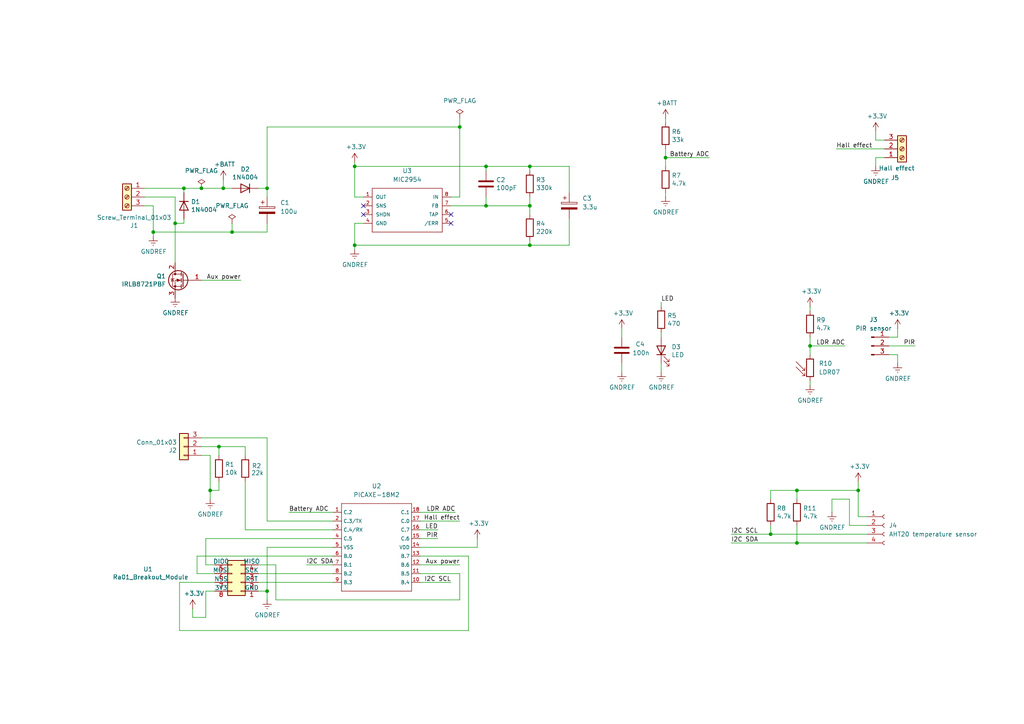
<source format=kicad_sch>
(kicad_sch (version 20231120) (generator "eeschema") (generator_version "8.0")
  (paper "A4")
  (title_block (title "Gate Monitor") (date "2024-12-22") (rev "1.0") (company "Jotham Gates"))
  (lib_symbols
    (symbol "Connector:Conn_01x03_Pin" (pin_names (offset 1.016) hide)
      (property "Reference" "J" (at 0 5.08 0))
      (property "Value" "Conn_01x03_Pin" (at 0 -5.08 0))
      (symbol "Conn_01x03_Pin_1_1"
        (polyline (pts (xy 1.27 -2.54) (xy 0.8636 -2.54)) (stroke (width 0.1524)))
        (polyline (pts (xy 1.27 0) (xy 0.8636 0)) (stroke (width 0.1524)))
        (polyline (pts (xy 1.27 2.54) (xy 0.8636 2.54)) (stroke (width 0.1524)))
        (rectangle (start 0.8636 -2.413) (end 0 -2.667) (stroke (width 0.1524)) (fill (type outline)))
        (rectangle (start 0.8636 0.127) (end 0 -0.127) (stroke (width 0.1524)) (fill (type outline)))
        (rectangle (start 0.8636 2.667) (end 0 2.413) (stroke (width 0.1524)) (fill (type outline)))
        (pin passive line (at 5.08 2.54 180) (length 3.81) (name "Pin_1") (number "1"))
        (pin passive line (at 5.08 0 180) (length 3.81) (name "Pin_2") (number "2"))
        (pin passive line (at 5.08 -2.54 180) (length 3.81) (name "Pin_3") (number "3"))
      )
    )
    (symbol "Connector:Conn_01x04_Socket" (pin_names (offset 1.016) hide)
      (property "Reference" "J" (at 0 5.08 0))
      (property "Value" "Conn_01x04_Socket" (at 0 -7.62 0))
      (symbol "Conn_01x04_Socket_1_1"
        (arc (start 0 -4.572) (mid -0.5058 -5.08) (end 0 -5.588) (stroke (width 0.1524)))
        (arc (start 0 -2.032) (mid -0.5058 -2.54) (end 0 -3.048) (stroke (width 0.1524)))
        (polyline (pts (xy -1.27 -5.08) (xy -0.508 -5.08)) (stroke (width 0.1524)))
        (polyline (pts (xy -1.27 -2.54) (xy -0.508 -2.54)) (stroke (width 0.1524)))
        (polyline (pts (xy -1.27 0) (xy -0.508 0)) (stroke (width 0.1524)))
        (polyline (pts (xy -1.27 2.54) (xy -0.508 2.54)) (stroke (width 0.1524)))
        (arc (start 0 0.508) (mid -0.5058 0) (end 0 -0.508) (stroke (width 0.1524)))
        (arc (start 0 3.048) (mid -0.5058 2.54) (end 0 2.032) (stroke (width 0.1524)))
        (pin passive line (at -5.08 2.54 0) (length 3.81) (name "Pin_1") (number "1"))
        (pin passive line (at -5.08 0 0) (length 3.81) (name "Pin_2") (number "2"))
        (pin passive line (at -5.08 -2.54 0) (length 3.81) (name "Pin_3") (number "3"))
        (pin passive line (at -5.08 -5.08 0) (length 3.81) (name "Pin_4") (number "4"))
      )
    )
    (symbol "Connector:Screw_Terminal_01x03" (pin_names (offset 1.016) hide)
      (property "Reference" "J" (at 0 5.08 0))
      (property "Value" "Screw_Terminal_01x03" (at 0 -5.08 0))
      (symbol "Screw_Terminal_01x03_1_1"
        (rectangle (start -1.27 3.81) (end 1.27 -3.81) (stroke (width 0.254)) (fill (type background)))
        (circle (center 0 -2.54) (radius 0.635) (stroke (width 0.1524)))
        (polyline (pts (xy -0.5334 -2.2098) (xy 0.3302 -3.048)) (stroke (width 0.1524)))
        (polyline (pts (xy -0.5334 0.3302) (xy 0.3302 -0.508)) (stroke (width 0.1524)))
        (polyline (pts (xy -0.5334 2.8702) (xy 0.3302 2.032)) (stroke (width 0.1524)))
        (polyline (pts (xy -0.3556 -2.032) (xy 0.508 -2.8702)) (stroke (width 0.1524)))
        (polyline (pts (xy -0.3556 0.508) (xy 0.508 -0.3302)) (stroke (width 0.1524)))
        (polyline (pts (xy -0.3556 3.048) (xy 0.508 2.2098)) (stroke (width 0.1524)))
        (circle (center 0 0) (radius 0.635) (stroke (width 0.1524)))
        (circle (center 0 2.54) (radius 0.635) (stroke (width 0.1524)))
        (pin passive line (at -5.08 2.54 0) (length 3.81) (name "Pin_1") (number "1"))
        (pin passive line (at -5.08 0 0) (length 3.81) (name "Pin_2") (number "2"))
        (pin passive line (at -5.08 -2.54 0) (length 3.81) (name "Pin_3") (number "3"))
      )
    )
    (symbol "Connector_Generic:Conn_01x03" (pin_names (offset 1.016) hide)
      (property "Reference" "J" (at 0 5.08 0))
      (property "Value" "Conn_01x03" (at 0 -5.08 0))
      (symbol "Conn_01x03_1_1"
        (rectangle (start -1.27 -2.413) (end 0 -2.667) (stroke (width 0.1524)))
        (rectangle (start -1.27 0.127) (end 0 -0.127) (stroke (width 0.1524)))
        (rectangle (start -1.27 2.667) (end 0 2.413) (stroke (width 0.1524)))
        (rectangle (start -1.27 3.81) (end 1.27 -3.81) (stroke (width 0.254)) (fill (type background)))
        (pin passive line (at -5.08 2.54 0) (length 3.81) (name "Pin_1") (number "1"))
        (pin passive line (at -5.08 0 0) (length 3.81) (name "Pin_2") (number "2"))
        (pin passive line (at -5.08 -2.54 0) (length 3.81) (name "Pin_3") (number "3"))
      )
    )
    (symbol "Custom:MIC2954" (pin_names (offset 1.016))
      (property "Reference" "U2" (at 0 15.24 0))
      (property "Value" "MIC2954" (at 0 12.7 0))
      (symbol "MIC2954_1_0"
        (polyline (pts (xy -10.16 -2.54) (xy 10.16 -2.54)))
        (polyline (pts (xy -10.16 10.16) (xy -10.16 -2.54)))
        (polyline (pts (xy 10.16 -2.54) (xy 10.16 10.16)))
        (polyline (pts (xy 10.16 10.16) (xy -10.16 10.16)))
      )
      (symbol "MIC2954_1_1"
        (pin power_out line (at -12.7 7.62 0) (length 2.54) (name "OUT") (number "1"))
        (pin input line (at -12.7 5.08 0) (length 2.54) (name "SNS") (number "2"))
        (pin input line (at -12.7 2.54 0) (length 2.54) (name "SHDN") (number "3"))
        (pin power_in line (at -12.7 0 0) (length 2.54) (name "GND") (number "4"))
        (pin open_collector line (at 12.7 0 180) (length 2.54) (name "/ERR") (number "5"))
        (pin output line (at 12.7 2.54 180) (length 2.54) (name "TAP") (number "6"))
        (pin input line (at 12.7 5.08 180) (length 2.54) (name "FB") (number "7"))
        (pin power_in line (at 12.7 7.62 180) (length 2.54) (name "IN") (number "8"))
      )
    )
    (symbol "Custom:Ra01_Breakout_Module-Ra01_Breakout_Module" (pin_names (offset 0))
      (property "Reference" "U2" (at 1.27 8.89 0))
      (property "Value" "Ra01_Breakout_Module-Ra01_Breakout_Module" (at 1.27 6.35 0))
      (symbol "Ra01_Breakout_Module-Ra01_Breakout_Module_1_1"
        (rectangle (start -1.27 -4.953) (end 0 -5.207) (stroke (width 0.1524)))
        (rectangle (start -1.27 -2.413) (end 0 -2.667) (stroke (width 0.1524)))
        (rectangle (start -1.27 0.127) (end 0 -0.127) (stroke (width 0.1524)))
        (rectangle (start -1.27 2.667) (end 0 2.413) (stroke (width 0.1524)))
        (rectangle (start -1.27 3.81) (end 3.81 -6.35) (stroke (width 0.254)) (fill (type background)))
        (rectangle (start 3.81 -4.953) (end 2.54 -5.207) (stroke (width 0.1524)))
        (rectangle (start 3.81 -2.413) (end 2.54 -2.667) (stroke (width 0.1524)))
        (rectangle (start 3.81 0.127) (end 2.54 -0.127) (stroke (width 0.1524)))
        (rectangle (start 3.81 2.667) (end 2.54 2.413) (stroke (width 0.1524)))
        (pin power_in line (at -5.08 2.54 0) (length 3.81) (name "GND") (number "1"))
        (pin input line (at -5.08 0 0) (length 3.81) (name "RST") (number "2"))
        (pin input line (at -5.08 -2.54 0) (length 3.81) (name "SCK") (number "3"))
        (pin output line (at -5.08 -5.08 0) (length 3.81) (name "MISO") (number "4"))
        (pin bidirectional line (at 7.62 -5.08 180) (length 3.81) (name "DIO0") (number "5"))
        (pin input line (at 7.62 -2.54 180) (length 3.81) (name "MOSI") (number "6"))
        (pin input line (at 7.62 0 180) (length 3.81) (name "NSS") (number "7"))
        (pin power_in line (at 7.62 2.54 180) (length 3.81) (name "3V3") (number "8"))
      )
    )
    (symbol "Device:C" (pin_numbers hide) (pin_names (offset 0.254))
      (property "Reference" "C" (at 0.635 2.54 0))
      (property "Value" "C" (at 0.635 -2.54 0))
      (symbol "C_0_1"
        (polyline (pts (xy -2.032 -0.762) (xy 2.032 -0.762)) (stroke (width 0.508)))
        (polyline (pts (xy -2.032 0.762) (xy 2.032 0.762)) (stroke (width 0.508)))
      )
      (symbol "C_1_1"
        (pin passive line (at 0 3.81 270) (length 2.794) (name "~") (number "1"))
        (pin passive line (at 0 -3.81 90) (length 2.794) (name "~") (number "2"))
      )
    )
    (symbol "Device:C_Polarized" (pin_numbers hide) (pin_names (offset 0.254))
      (property "Reference" "C" (at 0.635 2.54 0))
      (property "Value" "C_Polarized" (at 0.635 -2.54 0))
      (symbol "C_Polarized_0_1"
        (rectangle (start -2.286 0.508) (end 2.286 1.016))
        (polyline (pts (xy -1.778 2.286) (xy -0.762 2.286)))
        (polyline (pts (xy -1.27 2.794) (xy -1.27 1.778)))
        (rectangle (start 2.286 -0.508) (end -2.286 -1.016) (fill (type outline)))
      )
      (symbol "C_Polarized_1_1"
        (pin passive line (at 0 3.81 270) (length 2.794) (name "~") (number "1"))
        (pin passive line (at 0 -3.81 90) (length 2.794) (name "~") (number "2"))
      )
    )
    (symbol "Device:LED" (pin_numbers hide) (pin_names (offset 1.016) hide)
      (property "Reference" "D" (at 0 2.54 0))
      (property "Value" "LED" (at 0 -2.54 0))
      (symbol "LED_0_1"
        (polyline (pts (xy -1.27 -1.27) (xy -1.27 1.27)) (stroke (width 0.254)))
        (polyline (pts (xy -1.27 0) (xy 1.27 0)))
        (polyline (pts (xy 1.27 -1.27) (xy 1.27 1.27) (xy -1.27 0) (xy 1.27 -1.27)) (stroke (width 0.254)))
        (polyline (pts (xy -3.048 -0.762) (xy -4.572 -2.286) (xy -3.81 -2.286) (xy -4.572 -2.286) (xy -4.572 -1.524)))
        (polyline (pts (xy -1.778 -0.762) (xy -3.302 -2.286) (xy -2.54 -2.286) (xy -3.302 -2.286) (xy -3.302 -1.524)))
      )
      (symbol "LED_1_1"
        (pin passive line (at -3.81 0 0) (length 2.54) (name "K") (number "1"))
        (pin passive line (at 3.81 0 180) (length 2.54) (name "A") (number "2"))
      )
    )
    (symbol "Device:R" (pin_numbers hide) (pin_names (offset 0))
      (property "Reference" "R" (at 2.032 0 90))
      (property "Value" "R" (at 0 0 90))
      (symbol "R_0_1"
        (rectangle (start -1.016 -2.54) (end 1.016 2.54) (stroke (width 0.254)))
      )
      (symbol "R_1_1"
        (pin passive line (at 0 3.81 270) (length 1.27) (name "~") (number "1"))
        (pin passive line (at 0 -3.81 90) (length 1.27) (name "~") (number "2"))
      )
    )
    (symbol "Diode:1N4004" (pin_numbers hide) (pin_names hide)
      (property "Reference" "D" (at 0 2.54 0))
      (property "Value" "1N4004" (at 0 -2.54 0))
      (symbol "1N4004_0_1"
        (polyline (pts (xy -1.27 1.27) (xy -1.27 -1.27)) (stroke (width 0.254)))
        (polyline (pts (xy 1.27 0) (xy -1.27 0)))
        (polyline (pts (xy 1.27 1.27) (xy 1.27 -1.27) (xy -1.27 0) (xy 1.27 1.27)) (stroke (width 0.254)))
      )
      (symbol "1N4004_1_1"
        (pin passive line (at -3.81 0 0) (length 2.54) (name "K") (number "1"))
        (pin passive line (at 3.81 0 180) (length 2.54) (name "A") (number "2"))
      )
    )
    (symbol "Sensor_Optical:LDR07" (pin_numbers hide) (pin_names (offset 0))
      (property "Reference" "R" (at -5.08 0 90))
      (property "Value" "LDR07" (at 1.905 0 90))
      (symbol "LDR07_0_1"
        (rectangle (start -1.016 2.54) (end 1.016 -2.54) (stroke (width 0.254)))
        (polyline (pts (xy -1.524 -2.286) (xy -4.064 0.254)))
        (polyline (pts (xy -1.524 -2.286) (xy -2.286 -2.286)))
        (polyline (pts (xy -1.524 -2.286) (xy -1.524 -1.524)))
        (polyline (pts (xy -1.524 -0.762) (xy -4.064 1.778)))
        (polyline (pts (xy -1.524 -0.762) (xy -2.286 -0.762)))
        (polyline (pts (xy -1.524 -0.762) (xy -1.524 0)))
      )
      (symbol "LDR07_1_1"
        (pin passive line (at 0 3.81 270) (length 1.27) (name "~") (number "1"))
        (pin passive line (at 0 -3.81 90) (length 1.27) (name "~") (number "2"))
      )
    )
    (symbol "Transistor_FET:IRLB8721PBF" (pin_names hide)
      (property "Reference" "Q" (at 5.08 1.905 0))
      (property "Value" "IRLB8721PBF" (at 5.08 0 0))
      (symbol "IRLB8721PBF_0_1"
        (polyline (pts (xy 0.254 0) (xy -2.54 0)))
        (polyline (pts (xy 0.254 1.905) (xy 0.254 -1.905)) (stroke (width 0.254)))
        (polyline (pts (xy 0.762 -1.27) (xy 0.762 -2.286)) (stroke (width 0.254)))
        (polyline (pts (xy 0.762 0.508) (xy 0.762 -0.508)) (stroke (width 0.254)))
        (polyline (pts (xy 0.762 2.286) (xy 0.762 1.27)) (stroke (width 0.254)))
        (polyline (pts (xy 2.54 2.54) (xy 2.54 1.778)))
        (polyline (pts (xy 2.54 -2.54) (xy 2.54 0) (xy 0.762 0)))
        (polyline (pts (xy 0.762 -1.778) (xy 3.302 -1.778) (xy 3.302 1.778) (xy 0.762 1.778)))
        (polyline (pts (xy 1.016 0) (xy 2.032 0.381) (xy 2.032 -0.381) (xy 1.016 0)) (fill (type outline)))
        (polyline (pts (xy 2.794 0.508) (xy 2.921 0.381) (xy 3.683 0.381) (xy 3.81 0.254)))
        (polyline (pts (xy 3.302 0.381) (xy 2.921 -0.254) (xy 3.683 -0.254) (xy 3.302 0.381)))
        (circle (center 1.651 0) (radius 2.794) (stroke (width 0.254)))
        (circle (center 2.54 -1.778) (radius 0.254) (fill (type outline)))
        (circle (center 2.54 1.778) (radius 0.254) (fill (type outline)))
      )
      (symbol "IRLB8721PBF_1_1"
        (pin input line (at -5.08 0 0) (length 2.54) (name "G") (number "1"))
        (pin passive line (at 2.54 5.08 270) (length 2.54) (name "D") (number "2"))
        (pin passive line (at 2.54 -5.08 90) (length 2.54) (name "S") (number "3"))
      )
    )
    (symbol "picaxe-3:PICAXE-18M2"
      (property "Reference" "U" (at 0 0 0))
      (property "Value" "PICAXE-18M2" (at -0.508 -2.286 0))
      (symbol "PICAXE-18M2_1_0"
        (polyline (pts (xy -10.16 -29.21) (xy 10.16 -29.21)))
        (polyline (pts (xy -10.16 -3.81) (xy -10.16 -29.21)))
        (polyline (pts (xy 10.16 -29.21) (xy 10.16 -3.81)))
        (polyline (pts (xy 10.16 -3.81) (xy -10.16 -3.81)))
      )
      (symbol "PICAXE-18M2_1_1"
        (pin bidirectional line (at -12.7 -6.35 0) (length 2.54) (name "C.2") (number "1"))
        (pin bidirectional line (at 12.7 -26.67 180) (length 2.54) (name "B.4") (number "10"))
        (pin bidirectional line (at 12.7 -24.13 180) (length 2.54) (name "B.5") (number "11"))
        (pin bidirectional line (at 12.7 -21.59 180) (length 2.54) (name "B.6") (number "12"))
        (pin bidirectional line (at 12.7 -19.05 180) (length 2.54) (name "B.7") (number "13"))
        (pin power_in line (at 12.7 -16.51 180) (length 2.54) (name "VDD") (number "14"))
        (pin bidirectional line (at 12.7 -13.97 180) (length 2.54) (name "C.6") (number "15"))
        (pin bidirectional line (at 12.7 -11.43 180) (length 2.54) (name "C.7") (number "16"))
        (pin bidirectional line (at 12.7 -8.89 180) (length 2.54) (name "C.0") (number "17"))
        (pin bidirectional line (at 12.7 -6.35 180) (length 2.54) (name "C.1") (number "18"))
        (pin output line (at -12.7 -8.89 0) (length 2.54) (name "C.3/TX") (number "2"))
        (pin input line (at -12.7 -11.43 0) (length 2.54) (name "C.4/RX") (number "3"))
        (pin input line (at -12.7 -13.97 0) (length 2.54) (name "C.5") (number "4"))
        (pin power_in line (at -12.7 -16.51 0) (length 2.54) (name "VSS") (number "5"))
        (pin bidirectional line (at -12.7 -19.05 0) (length 2.54) (name "B.0") (number "6"))
        (pin bidirectional line (at -12.7 -21.59 0) (length 2.54) (name "B.1") (number "7"))
        (pin bidirectional line (at -12.7 -24.13 0) (length 2.54) (name "B.2") (number "8"))
        (pin bidirectional line (at -12.7 -26.67 0) (length 2.54) (name "B.3") (number "9"))
      )
    )
    (symbol "power:+3.3V" (power) (pin_numbers hide) (pin_names (offset 0) hide)
      (property "Value" "+3.3V" (at 0 3.556 0))
      (symbol "+3.3V_0_1"
        (polyline (pts (xy -0.762 1.27) (xy 0 2.54)))
        (polyline (pts (xy 0 0) (xy 0 2.54)))
        (polyline (pts (xy 0 2.54) (xy 0.762 1.27)))
      )
      (symbol "+3.3V_1_1"
        (pin power_in line (at 0 0 90) (length 0) (name "~") (number "1"))
      )
    )
    (symbol "power:+BATT" (power) (pin_numbers hide) (pin_names (offset 0) hide)
      (property "Value" "+BATT" (at 0 3.556 0))
      (symbol "+BATT_0_1"
        (polyline (pts (xy -0.762 1.27) (xy 0 2.54)))
        (polyline (pts (xy 0 0) (xy 0 2.54)))
        (polyline (pts (xy 0 2.54) (xy 0.762 1.27)))
      )
      (symbol "+BATT_1_1"
        (pin power_in line (at 0 0 90) (length 0) (name "~") (number "1"))
      )
    )
    (symbol "power:GNDREF" (power) (pin_numbers hide) (pin_names (offset 0) hide)
      (property "Value" "GNDREF" (at 0 -3.81 0))
      (symbol "GNDREF_0_1"
        (polyline (pts (xy -0.635 -1.905) (xy 0.635 -1.905)))
        (polyline (pts (xy -0.127 -2.54) (xy 0.127 -2.54)))
        (polyline (pts (xy 0 -1.27) (xy 0 0)))
        (polyline (pts (xy 1.27 -1.27) (xy -1.27 -1.27)))
      )
      (symbol "GNDREF_1_1"
        (pin power_in line (at 0 0 270) (length 0) (name "~") (number "1"))
      )
    )
    (symbol "power:PWR_FLAG" (power) (pin_numbers hide) (pin_names (offset 0) hide)
      (property "Value" "PWR_FLAG" (at 0 3.81 0))
      (symbol "PWR_FLAG_0_0"
        (pin power_out line (at 0 0 90) (length 0) (name "~") (number "1"))
      )
      (symbol "PWR_FLAG_0_1"
        (polyline (pts (xy 0 0) (xy 0 1.27) (xy -1.016 1.905) (xy 0 2.54) (xy 1.016 1.905) (xy 0 1.27)))
      )
    )
  )
  (junction (at 140.97 59.69))
  (junction (at 248.92 142.24))
  (junction (at 231.14 157.48))
  (junction (at 50.8 64.77))
  (junction (at 234.95 100.33))
  (junction (at 58.42 54.61))
  (junction (at 102.87 71.12))
  (junction (at 63.5 129.54))
  (junction (at 53.34 54.61))
  (junction (at 140.97 48.26))
  (junction (at 77.47 54.61))
  (junction (at 67.31 67.31))
  (junction (at 133.35 36.83))
  (junction (at 102.87 48.26))
  (junction (at 193.04 45.72))
  (junction (at 64.77 54.61))
  (junction (at 153.67 59.69))
  (junction (at 153.67 71.12))
  (junction (at 153.67 48.26))
  (junction (at 44.45 67.31))
  (junction (at 223.52 154.94))
  (junction (at 231.14 142.24))
  (junction (at 77.47 171.45))
  (junction (at 60.96 142.24))
  (no_connect (at 130.81 62.23))
  (no_connect (at 130.81 64.77))
  (no_connect (at 105.41 62.23))
  (no_connect (at 105.41 59.69))
  (wire (pts (xy 71.12 132.08) (xy 71.12 129.54)))
  (wire (pts (xy 180.34 95.25) (xy 180.34 97.79)))
  (wire (pts (xy 256.54 45.72) (xy 254 45.72)))
  (wire (pts (xy 52.07 168.91) (xy 52.07 182.88)))
  (wire (pts (xy 191.77 107.95) (xy 191.77 105.41)))
  (wire (pts (xy 67.31 64.77) (xy 67.31 67.31)))
  (wire (pts (xy 55.88 179.07) (xy 59.69 179.07)))
  (wire (pts (xy 83.82 148.59) (xy 96.52 148.59)))
  (wire (pts (xy 231.14 142.24) (xy 231.14 144.78)))
  (wire (pts (xy 121.92 148.59) (xy 132.08 148.59)))
  (wire (pts (xy 77.47 151.13) (xy 96.52 151.13)))
  (wire (pts (xy 234.95 97.79) (xy 234.95 100.33)))
  (wire (pts (xy 140.97 59.69) (xy 130.81 59.69)))
  (wire (pts (xy 153.67 69.85) (xy 153.67 71.12)))
  (wire (pts (xy 121.92 161.29) (xy 135.89 161.29)))
  (wire (pts (xy 57.15 161.29) (xy 57.15 166.37)))
  (wire (pts (xy 80.01 173.99) (xy 133.35 173.99)))
  (wire (pts (xy 77.47 127) (xy 58.42 127)))
  (wire (pts (xy 67.31 67.31) (xy 77.47 67.31)))
  (wire (pts (xy 77.47 158.75) (xy 77.47 171.45)))
  (wire (pts (xy 71.12 139.7) (xy 71.12 153.67)))
  (wire (pts (xy 260.35 97.79) (xy 260.35 95.25)))
  (wire (pts (xy 44.45 59.69) (xy 44.45 67.31)))
  (wire (pts (xy 231.14 142.24) (xy 223.52 142.24)))
  (wire (pts (xy 135.89 161.29) (xy 135.89 182.88)))
  (wire (pts (xy 44.45 67.31) (xy 67.31 67.31)))
  (wire (pts (xy 50.8 64.77) (xy 50.8 76.2)))
  (wire (pts (xy 44.45 67.31) (xy 44.45 68.58)))
  (wire (pts (xy 57.15 161.29) (xy 96.52 161.29)))
  (wire (pts (xy 251.46 157.48) (xy 231.14 157.48)))
  (wire (pts (xy 234.95 88.9) (xy 234.95 90.17)))
  (wire (pts (xy 77.47 173.99) (xy 77.47 171.45)))
  (wire (pts (xy 257.81 97.79) (xy 260.35 97.79)))
  (wire (pts (xy 80.01 163.83) (xy 80.01 173.99)))
  (wire (pts (xy 242.57 43.18) (xy 256.54 43.18)))
  (wire (pts (xy 60.96 132.08) (xy 60.96 142.24)))
  (wire (pts (xy 254 38.1) (xy 254 40.64)))
  (wire (pts (xy 138.43 158.75) (xy 121.92 158.75)))
  (wire (pts (xy 140.97 57.15) (xy 140.97 59.69)))
  (wire (pts (xy 133.35 36.83) (xy 133.35 57.15)))
  (wire (pts (xy 41.91 57.15) (xy 50.8 57.15)))
  (wire (pts (xy 77.47 64.77) (xy 77.47 67.31)))
  (wire (pts (xy 254 45.72) (xy 254 48.26)))
  (wire (pts (xy 64.77 52.07) (xy 64.77 54.61)))
  (wire (pts (xy 212.09 154.94) (xy 223.52 154.94)))
  (wire (pts (xy 41.91 54.61) (xy 53.34 54.61)))
  (wire (pts (xy 121.92 163.83) (xy 133.35 163.83)))
  (wire (pts (xy 77.47 57.15) (xy 77.47 54.61)))
  (wire (pts (xy 223.52 142.24) (xy 223.52 144.78)))
  (wire (pts (xy 77.47 36.83) (xy 77.47 54.61)))
  (wire (pts (xy 88.9 163.83) (xy 96.52 163.83)))
  (wire (pts (xy 153.67 48.26) (xy 153.67 49.53)))
  (wire (pts (xy 246.38 152.4) (xy 251.46 152.4)))
  (wire (pts (xy 153.67 59.69) (xy 153.67 62.23)))
  (wire (pts (xy 64.77 54.61) (xy 67.31 54.61)))
  (wire (pts (xy 246.38 144.78) (xy 241.3 144.78)))
  (wire (pts (xy 257.81 100.33) (xy 265.43 100.33)))
  (wire (pts (xy 53.34 54.61) (xy 53.34 55.88)))
  (wire (pts (xy 102.87 48.26) (xy 102.87 57.15)))
  (wire (pts (xy 212.09 157.48) (xy 231.14 157.48)))
  (wire (pts (xy 74.93 166.37) (xy 96.52 166.37)))
  (wire (pts (xy 246.38 152.4) (xy 246.38 144.78)))
  (wire (pts (xy 60.96 142.24) (xy 63.5 142.24)))
  (wire (pts (xy 62.23 168.91) (xy 52.07 168.91)))
  (wire (pts (xy 193.04 55.88) (xy 193.04 57.15)))
  (wire (pts (xy 59.69 171.45) (xy 62.23 171.45)))
  (wire (pts (xy 63.5 129.54) (xy 63.5 132.08)))
  (wire (pts (xy 248.92 149.86) (xy 251.46 149.86)))
  (wire (pts (xy 121.92 156.21) (xy 127 156.21)))
  (wire (pts (xy 234.95 100.33) (xy 245.11 100.33)))
  (wire (pts (xy 193.04 34.29) (xy 193.04 35.56)))
  (wire (pts (xy 165.1 71.12) (xy 153.67 71.12)))
  (wire (pts (xy 102.87 71.12) (xy 102.87 72.39)))
  (wire (pts (xy 191.77 96.52) (xy 191.77 97.79)))
  (wire (pts (xy 74.93 163.83) (xy 80.01 163.83)))
  (wire (pts (xy 223.52 154.94) (xy 251.46 154.94)))
  (wire (pts (xy 102.87 64.77) (xy 102.87 71.12)))
  (wire (pts (xy 59.69 179.07) (xy 59.69 171.45)))
  (wire (pts (xy 55.88 176.53) (xy 55.88 179.07)))
  (wire (pts (xy 256.54 40.64) (xy 254 40.64)))
  (wire (pts (xy 248.92 142.24) (xy 231.14 142.24)))
  (wire (pts (xy 58.42 81.28) (xy 69.85 81.28)))
  (wire (pts (xy 121.92 168.91) (xy 130.81 168.91)))
  (wire (pts (xy 121.92 151.13) (xy 133.35 151.13)))
  (wire (pts (xy 140.97 48.26) (xy 102.87 48.26)))
  (wire (pts (xy 77.47 127) (xy 77.47 151.13)))
  (wire (pts (xy 53.34 54.61) (xy 58.42 54.61)))
  (wire (pts (xy 260.35 102.87) (xy 260.35 105.41)))
  (wire (pts (xy 53.34 63.5) (xy 53.34 64.77)))
  (wire (pts (xy 63.5 139.7) (xy 63.5 142.24)))
  (wire (pts (xy 257.81 102.87) (xy 260.35 102.87)))
  (wire (pts (xy 57.15 166.37) (xy 62.23 166.37)))
  (wire (pts (xy 153.67 57.15) (xy 153.67 59.69)))
  (wire (pts (xy 77.47 171.45) (xy 74.93 171.45)))
  (wire (pts (xy 138.43 156.21) (xy 138.43 158.75)))
  (wire (pts (xy 133.35 34.29) (xy 133.35 36.83)))
  (wire (pts (xy 60.96 142.24) (xy 60.96 144.78)))
  (wire (pts (xy 133.35 173.99) (xy 133.35 166.37)))
  (wire (pts (xy 165.1 63.5) (xy 165.1 71.12)))
  (wire (pts (xy 50.8 57.15) (xy 50.8 64.77)))
  (wire (pts (xy 59.69 156.21) (xy 96.52 156.21)))
  (wire (pts (xy 234.95 100.33) (xy 234.95 102.87)))
  (wire (pts (xy 153.67 71.12) (xy 102.87 71.12)))
  (wire (pts (xy 223.52 152.4) (xy 223.52 154.94)))
  (wire (pts (xy 102.87 57.15) (xy 105.41 57.15)))
  (wire (pts (xy 180.34 107.95) (xy 180.34 105.41)))
  (wire (pts (xy 102.87 48.26) (xy 102.87 46.99)))
  (wire (pts (xy 59.69 163.83) (xy 59.69 156.21)))
  (wire (pts (xy 140.97 59.69) (xy 153.67 59.69)))
  (wire (pts (xy 52.07 182.88) (xy 135.89 182.88)))
  (wire (pts (xy 58.42 129.54) (xy 63.5 129.54)))
  (wire (pts (xy 77.47 36.83) (xy 133.35 36.83)))
  (wire (pts (xy 133.35 166.37) (xy 121.92 166.37)))
  (wire (pts (xy 193.04 45.72) (xy 205.74 45.72)))
  (wire (pts (xy 165.1 55.88) (xy 165.1 48.26)))
  (wire (pts (xy 153.67 48.26) (xy 140.97 48.26)))
  (wire (pts (xy 96.52 158.75) (xy 77.47 158.75)))
  (wire (pts (xy 121.92 153.67) (xy 127 153.67)))
  (wire (pts (xy 248.92 142.24) (xy 248.92 149.86)))
  (wire (pts (xy 140.97 48.26) (xy 140.97 49.53)))
  (wire (pts (xy 71.12 153.67) (xy 96.52 153.67)))
  (wire (pts (xy 74.93 168.91) (xy 96.52 168.91)))
  (wire (pts (xy 193.04 45.72) (xy 193.04 48.26)))
  (wire (pts (xy 234.95 110.49) (xy 234.95 111.76)))
  (wire (pts (xy 248.92 139.7) (xy 248.92 142.24)))
  (wire (pts (xy 62.23 163.83) (xy 59.69 163.83)))
  (wire (pts (xy 165.1 48.26) (xy 153.67 48.26)))
  (wire (pts (xy 105.41 64.77) (xy 102.87 64.77)))
  (wire (pts (xy 231.14 152.4) (xy 231.14 157.48)))
  (wire (pts (xy 133.35 57.15) (xy 130.81 57.15)))
  (wire (pts (xy 193.04 43.18) (xy 193.04 45.72)))
  (wire (pts (xy 41.91 59.69) (xy 44.45 59.69)))
  (wire (pts (xy 63.5 129.54) (xy 71.12 129.54)))
  (wire (pts (xy 58.42 54.61) (xy 64.77 54.61)))
  (wire (pts (xy 58.42 132.08) (xy 60.96 132.08)))
  (wire (pts (xy 77.47 54.61) (xy 74.93 54.61)))
  (wire (pts (xy 191.77 88.9) (xy 191.77 87.63)))
  (wire (pts (xy 241.3 144.78) (xy 241.3 148.59)))
  (wire (pts (xy 53.34 64.77) (xy 50.8 64.77)))
  (label "LED" (at 191.77 87.63 0))
  (label "Aux power" (at 133.35 163.83 180))
  (label "I2C SCL" (at 130.81 168.91 180))
  (label "Hall effect" (at 133.35 151.13 180))
  (label "LDR ADC" (at 132.08 148.59 180))
  (label "Battery ADC" (at 83.82 148.59 0))
  (label "I2C SCL" (at 212.09 154.94 0))
  (label "I2C SDA" (at 212.09 157.48 0))
  (label "PIR" (at 265.43 100.33 180))
  (label "PIR" (at 127 156.21 180))
  (label "Battery ADC" (at 205.74 45.72 180))
  (label "LED" (at 127 153.67 180))
  (label "LDR ADC" (at 245.11 100.33 180))
  (label "I2C SDA" (at 88.9 163.83 0))
  (label "Aux power" (at 69.85 81.28 180))
  (label "Hall effect" (at 242.57 43.18 0))
  (symbol (lib_id "power:GNDREF") (at 102.87 72.39 0) (unit 1)
    (property "Reference" "#PWR08" (effects (hide yes)))
    (property "Value" "GNDREF" (at 102.997 76.7842 0))
    (property "Description" "Power symbol creates a global label with name \"GNDREF\" , reference supply ground" (effects (hide yes)))
  )
  (symbol (lib_id "power:+3.3V") (at 180.34 95.25 0) (unit 1)
    (property "Reference" "#PWR010" (effects (hide yes)))
    (property "Value" "+3.3V" (at 180.721 90.8558 0))
    (property "Description" "Power symbol creates a global label with name \"+3.3V\"" (effects (hide yes)))
  )
  (symbol (lib_id "power:+3.3V") (at 102.87 46.99 0) (unit 1)
    (property "Reference" "#PWR07" (effects (hide yes)))
    (property "Value" "+3.3V" (at 103.251 42.5958 0))
    (property "Description" "Power symbol creates a global label with name \"+3.3V\"" (effects (hide yes)))
  )
  (symbol (lib_id "power:GNDREF") (at 44.45 68.58 0) (unit 1)
    (property "Reference" "#PWR01" (effects (hide yes)))
    (property "Value" "GNDREF" (at 44.577 72.9742 0))
    (property "Description" "Power symbol creates a global label with name \"GNDREF\" , reference supply ground" (effects (hide yes)))
  )
  (symbol (lib_id "Diode:1N4004") (at 71.12 54.61 180) (unit 1)
    (property "Reference" "D2" (at 71.12 49.0982 0))
    (property "Value" "1N4004" (at 71.12 51.4096 0))
    (property "Footprint" "Diode_THT:D_DO-41_SOD81_P5.08mm_Vertical_AnodeUp" (effects (hide yes)))
    (property "Datasheet" "http://www.vishay.com/docs/88503/1n4001.pdf" (effects (hide yes)))
    (property "Description" "400V 1A General Purpose Rectifier Diode, DO-41" (effects (hide yes)))
    (property "Sim.Device" "D" (effects (hide yes)))
    (property "Sim.Pins" "1=K 2=A" (effects (hide yes)))
  )
  (symbol (lib_id "power:+BATT") (at 64.77 52.07 0) (unit 1)
    (property "Reference" "#PWR05" (effects (hide yes)))
    (property "Value" "+BATT" (at 65.151 47.6758 0))
    (property "Description" "Power symbol creates a global label with name \"+BATT\"" (effects (hide yes)))
  )
  (symbol (lib_id "Device:R") (at 153.67 53.34 0) (unit 1)
    (property "Reference" "R3" (at 155.448 52.1716 0) (effects (justify left)))
    (property "Value" "330k" (at 155.448 54.483 0) (effects (justify left)))
    (property "Footprint" "Resistor_THT:R_Axial_DIN0207_L6.3mm_D2.5mm_P5.08mm_Vertical" (effects (hide yes)))
    (property "Description" "Resistor" (effects (hide yes)))
  )
  (symbol (lib_id "Device:R") (at 153.67 66.04 0) (unit 1)
    (property "Reference" "R4" (at 155.448 64.8716 0) (effects (justify left)))
    (property "Value" "220k" (at 155.448 67.183 0) (effects (justify left)))
    (property "Footprint" "Resistor_THT:R_Axial_DIN0207_L6.3mm_D2.5mm_P10.16mm_Horizontal" (effects (hide yes)))
    (property "Description" "Resistor" (effects (hide yes)))
  )
  (symbol (lib_id "Device:C") (at 140.97 53.34 0) (unit 1)
    (property "Reference" "C2" (at 143.891 52.1716 0) (effects (justify left)))
    (property "Value" "100pF" (at 143.891 54.483 0) (effects (justify left)))
    (property "Footprint" "Capacitor_THT:C_Disc_D7.0mm_W2.5mm_P5.00mm" (effects (hide yes)))
    (property "Description" "Unpolarized capacitor" (effects (hide yes)))
  )
  (symbol (lib_id "Connector:Screw_Terminal_01x03") (at 36.83 57.15 0) (mirror y) (unit 1)
    (property "Reference" "J1" (at 38.9128 65.405 0))
    (property "Value" "Screw_Terminal_01x03" (at 38.9128 63.0936 0))
    (property "Footprint" "TerminalBlock:TerminalBlock_Altech_AK300-3_P5.00mm" (effects (hide yes)))
    (property "Description" "Generic screw terminal, single row, 01x03, script generated (kicad-library-utils/schlib/autogen/connector/)" (effects (hide yes)))
  )
  (symbol (lib_id "Connector_Generic:Conn_01x03") (at 53.34 129.54 180) (unit 1)
    (property "Reference" "J2" (at 51.308 130.6068 0) (effects (justify left)))
    (property "Value" "Conn_01x03" (at 51.308 128.2954 0) (effects (justify left)))
    (property "Footprint" "Connector_Molex:Molex_KK-254_AE-6410-03A_1x03_P2.54mm_Vertical" (effects (hide yes)))
    (property "Description" "Generic connector, single row, 01x03, script generated (kicad-library-utils/schlib/autogen/connector/)" (effects (hide yes)))
  )
  (symbol (lib_id "Device:R") (at 63.5 135.89 0) (unit 1)
    (property "Reference" "R1" (at 65.278 134.7216 0) (effects (justify left)))
    (property "Value" "10k" (at 65.278 137.033 0) (effects (justify left)))
    (property "Footprint" "Resistor_THT:R_Axial_DIN0207_L6.3mm_D2.5mm_P10.16mm_Horizontal" (effects (hide yes)))
    (property "Description" "Resistor" (effects (hide yes)))
  )
  (symbol (lib_id "Transistor_FET:IRLB8721PBF") (at 53.34 81.28 0) (mirror y) (unit 1)
    (property "Reference" "Q1" (at 48.133 80.1116 0) (effects (justify left)))
    (property "Value" "IRLB8721PBF" (at 48.133 82.423 0) (effects (justify left)))
    (property "Footprint" "Package_TO_SOT_THT:TO-220-3_Vertical" (effects (hide yes)))
    (property "Datasheet" "http://www.infineon.com/dgdl/irlb8721pbf.pdf?fileId=5546d462533600a40153566056732591" (effects (hide yes)))
    (property "Description" "62A Id, 30V Vds, 8.7 mOhm Rds, N-Channel HEXFET Power MOSFET, TO-220" (effects (hide yes)))
  )
  (symbol (lib_id "Device:R") (at 71.12 135.89 180) (unit 1)
    (property "Reference" "R2" (at 74.422 135.128 0))
    (property "Value" "22k" (at 74.676 137.16 0))
    (property "Footprint" "Resistor_THT:R_Axial_DIN0207_L6.3mm_D2.5mm_P5.08mm_Vertical" (effects (hide yes)))
    (property "Description" "Resistor" (effects (hide yes)))
  )
  (symbol (lib_id "power:GNDREF") (at 50.8 86.36 0) (unit 1)
    (property "Reference" "#PWR02" (effects (hide yes)))
    (property "Value" "GNDREF" (at 50.927 90.7542 0))
    (property "Description" "Power symbol creates a global label with name \"GNDREF\" , reference supply ground" (effects (hide yes)))
  )
  (symbol (lib_id "Diode:1N4004") (at 53.34 59.69 270) (unit 1)
    (property "Reference" "D1" (at 55.372 58.5216 90) (effects (justify left)))
    (property "Value" "1N4004" (at 55.372 60.833 90) (effects (justify left)))
    (property "Footprint" "Diode_THT:D_DO-41_SOD81_P5.08mm_Vertical_AnodeUp" (effects (hide yes)))
    (property "Datasheet" "http://www.vishay.com/docs/88503/1n4001.pdf" (effects (hide yes)))
    (property "Description" "400V 1A General Purpose Rectifier Diode, DO-41" (effects (hide yes)))
    (property "Sim.Device" "D" (effects (hide yes)))
    (property "Sim.Pins" "1=K 2=A" (effects (hide yes)))
  )
  (symbol (lib_id "Device:C") (at 180.34 101.6 180) (unit 1)
    (property "Reference" "C4" (at 185.674 99.822 0))
    (property "Value" "100n" (at 185.928 102.362 0))
    (property "Footprint" "Capacitor_THT:C_Axial_L3.8mm_D2.6mm_P12.50mm_Horizontal" (effects (hide yes)))
    (property "Description" "Unpolarized capacitor" (effects (hide yes)))
  )
  (symbol (lib_id "power:GNDREF") (at 60.96 144.78 0) (unit 1)
    (property "Reference" "#PWR04" (effects (hide yes)))
    (property "Value" "GNDREF" (at 61.087 149.1742 0))
    (property "Description" "Power symbol creates a global label with name \"GNDREF\" , reference supply ground" (effects (hide yes)))
  )
  (symbol (lib_id "Device:R") (at 193.04 39.37 0) (unit 1)
    (property "Reference" "R6" (at 194.818 38.2016 0) (effects (justify left)))
    (property "Value" "33k" (at 194.818 40.513 0) (effects (justify left)))
    (property "Footprint" "Resistor_THT:R_Axial_DIN0207_L6.3mm_D2.5mm_P5.08mm_Vertical" (effects (hide yes)))
    (property "Description" "Resistor" (effects (hide yes)))
  )
  (symbol (lib_id "Device:R") (at 193.04 52.07 0) (unit 1)
    (property "Reference" "R7" (at 194.818 50.9016 0) (effects (justify left)))
    (property "Value" "4.7k" (at 194.818 53.213 0) (effects (justify left)))
    (property "Footprint" "Resistor_THT:R_Axial_DIN0204_L3.6mm_D1.6mm_P2.54mm_Vertical" (effects (hide yes)))
    (property "Description" "Resistor" (effects (hide yes)))
  )
  (symbol (lib_id "power:GNDREF") (at 193.04 57.15 0) (unit 1)
    (property "Reference" "#PWR014" (effects (hide yes)))
    (property "Value" "GNDREF" (at 193.167 61.5442 0))
    (property "Description" "Power symbol creates a global label with name \"GNDREF\" , reference supply ground" (effects (hide yes)))
  )
  (symbol (lib_id "power:+BATT") (at 193.04 34.29 0) (unit 1)
    (property "Reference" "#PWR013" (effects (hide yes)))
    (property "Value" "+BATT" (at 193.421 29.8958 0))
    (property "Description" "Power symbol creates a global label with name \"+BATT\"" (effects (hide yes)))
  )
  (symbol (lib_id "Device:LED") (at 191.77 101.6 90) (unit 1)
    (property "Reference" "D3" (at 194.7672 100.6094 90) (effects (justify right)))
    (property "Value" "LED" (at 194.7672 102.9208 90) (effects (justify right)))
    (property "Footprint" "LED_THT:LED_D5.0mm" (effects (hide yes)))
    (property "Description" "Light emitting diode" (effects (hide yes)))
  )
  (symbol (lib_id "power:GNDREF") (at 191.77 107.95 0) (unit 1)
    (property "Reference" "#PWR012" (effects (hide yes)))
    (property "Value" "GNDREF" (at 191.897 112.3442 0))
    (property "Description" "Power symbol creates a global label with name \"GNDREF\" , reference supply ground" (effects (hide yes)))
  )
  (symbol (lib_id "Device:R") (at 191.77 92.71 0) (unit 1)
    (property "Reference" "R5" (at 193.548 91.5416 0) (effects (justify left)))
    (property "Value" "470" (at 193.548 93.853 0) (effects (justify left)))
    (property "Footprint" "Resistor_THT:R_Axial_DIN0207_L6.3mm_D2.5mm_P10.16mm_Horizontal" (effects (hide yes)))
    (property "Description" "Resistor" (effects (hide yes)))
  )
  (symbol (lib_id "Device:R") (at 223.52 148.59 0) (unit 1)
    (property "Reference" "R8" (at 225.298 147.4216 0) (effects (justify left)))
    (property "Value" "4.7k" (at 225.298 149.733 0) (effects (justify left)))
    (property "Footprint" "Resistor_THT:R_Axial_DIN0207_L6.3mm_D2.5mm_P5.08mm_Vertical" (effects (hide yes)))
    (property "Description" "Resistor" (effects (hide yes)))
  )
  (symbol (lib_id "power:PWR_FLAG") (at 133.35 34.29 0) (unit 1)
    (property "Reference" "#FLG03" (effects (hide yes)))
    (property "Value" "PWR_FLAG" (at 133.35 29.21 0))
    (property "Description" "Special symbol for telling ERC where power comes from" (effects (hide yes)))
  )
  (symbol (lib_id "Device:R") (at 231.14 148.59 0) (unit 1)
    (property "Reference" "R11" (at 232.918 147.4216 0) (effects (justify left)))
    (property "Value" "4.7k" (at 232.918 149.733 0) (effects (justify left)))
    (property "Footprint" "Resistor_THT:R_Axial_DIN0207_L6.3mm_D2.5mm_P7.62mm_Horizontal" (effects (hide yes)))
    (property "Description" "Resistor" (effects (hide yes)))
  )
  (symbol (lib_id "Connector:Conn_01x03_Pin") (at 252.73 100.33 0) (unit 1)
    (property "Reference" "J3" (at 253.365 92.71 0))
    (property "Value" "PIR sensor" (at 253.365 95.25 0))
    (property "Footprint" "Connector_PinHeader_2.54mm:PinHeader_1x03_P2.54mm_Vertical" (effects (hide yes)))
    (property "Description" "Generic connector, single row, 01x03, script generated" (effects (hide yes)))
  )
  (symbol (lib_id "power:PWR_FLAG") (at 58.42 54.61 0) (unit 1)
    (property "Reference" "#FLG01" (effects (hide yes)))
    (property "Value" "PWR_FLAG" (at 58.42 49.53 0))
    (property "Description" "Special symbol for telling ERC where power comes from" (effects (hide yes)))
  )
  (symbol (lib_id "Device:C_Polarized") (at 77.47 60.96 0) (unit 1)
    (property "Reference" "C1" (at 81.28 58.8009 0) (effects (justify left)))
    (property "Value" "100u" (at 81.28 61.3409 0) (effects (justify left)))
    (property "Footprint" "Capacitor_THT:C_Rect_L13.0mm_W6.0mm_P10.00mm_FKS3_FKP3_MKS4" (effects (hide yes)))
    (property "Description" "Polarized capacitor" (effects (hide yes)))
  )
  (symbol (lib_id "Custom:MIC2954") (at 118.11 64.77 0) (unit 1)
    (property "Reference" "U3" (at 118.11 49.53 0))
    (property "Value" "MIC2954" (at 118.11 52.07 0))
    (property "Footprint" "Package_DIP:DIP-8_W7.62mm_Socket_LongPads" (effects (hide yes)))
  )
  (symbol (lib_id "picaxe-3:PICAXE-18M2") (at 109.22 142.24 0) (unit 1)
    (property "Reference" "U2" (at 109.22 140.97 0))
    (property "Value" "PICAXE-18M2" (at 109.22 143.51 0))
    (property "Footprint" "Package_DIP:DIP-18_W7.62mm_Socket_LongPads" (effects (hide yes)))
  )
  (symbol (lib_id "Device:C_Polarized") (at 165.1 59.69 0) (unit 1)
    (property "Reference" "C3" (at 168.91 57.5309 0) (effects (justify left)))
    (property "Value" "3.3u" (at 168.91 60.0709 0) (effects (justify left)))
    (property "Footprint" "Capacitor_THT:CP_Radial_D8.0mm_P5.00mm" (effects (hide yes)))
    (property "Description" "Polarized capacitor" (effects (hide yes)))
  )
  (symbol (lib_id "power:PWR_FLAG") (at 67.31 64.77 0) (unit 1)
    (property "Reference" "#FLG02" (effects (hide yes)))
    (property "Value" "PWR_FLAG" (at 67.31 59.69 0))
    (property "Description" "Special symbol for telling ERC where power comes from" (effects (hide yes)))
  )
  (symbol (lib_id "power:+3.3V") (at 234.95 88.9 0) (unit 1)
    (property "Reference" "#PWR015" (effects (hide yes)))
    (property "Value" "+3.3V" (at 235.331 84.5058 0))
    (property "Description" "Power symbol creates a global label with name \"+3.3V\"" (effects (hide yes)))
  )
  (symbol (lib_id "Sensor_Optical:LDR07") (at 234.95 106.68 0) (unit 1)
    (property "Reference" "R10" (at 237.49 105.4099 0) (effects (justify left)))
    (property "Value" "LDR07" (at 237.49 107.9499 0) (effects (justify left)))
    (property "Footprint" "OptoDevice:R_LDR_7x6mm_P5.1mm_Vertical" (effects (hide yes)))
    (property "Datasheet" "http://www.tme.eu/de/Document/f2e3ad76a925811312d226c31da4cd7e/LDR07.pdf" (effects (hide yes)))
    (property "Description" "light dependent resistor" (effects (hide yes)))
  )
  (symbol (lib_id "power:GNDREF") (at 77.47 173.99 0) (unit 1)
    (property "Reference" "#PWR06" (effects (hide yes)))
    (property "Value" "GNDREF" (at 77.597 178.3842 0))
    (property "Description" "Power symbol creates a global label with name \"GNDREF\" , reference supply ground" (effects (hide yes)))
  )
  (symbol (lib_id "power:+3.3V") (at 138.43 156.21 0) (unit 1)
    (property "Reference" "#PWR09" (effects (hide yes)))
    (property "Value" "+3.3V" (at 138.811 151.8158 0))
    (property "Description" "Power symbol creates a global label with name \"+3.3V\"" (effects (hide yes)))
  )
  (symbol (lib_id "power:GNDREF") (at 180.34 107.95 0) (unit 1)
    (property "Reference" "#PWR011" (effects (hide yes)))
    (property "Value" "GNDREF" (at 180.467 112.3442 0))
    (property "Description" "Power symbol creates a global label with name \"GNDREF\" , reference supply ground" (effects (hide yes)))
  )
  (symbol (lib_id "power:GNDREF") (at 241.3 148.59 0) (unit 1)
    (property "Reference" "#PWR017" (effects (hide yes)))
    (property "Value" "GNDREF" (at 241.427 152.9842 0))
    (property "Description" "Power symbol creates a global label with name \"GNDREF\" , reference supply ground" (effects (hide yes)))
  )
  (symbol (lib_id "power:GNDREF") (at 254 48.26 0) (unit 1)
    (property "Reference" "#PWR022" (effects (hide yes)))
    (property "Value" "GNDREF" (at 254.127 52.6542 0))
    (property "Description" "Power symbol creates a global label with name \"GNDREF\" , reference supply ground" (effects (hide yes)))
  )
  (symbol (lib_id "power:GNDREF") (at 260.35 105.41 0) (unit 1)
    (property "Reference" "#PWR020" (effects (hide yes)))
    (property "Value" "GNDREF" (at 260.477 109.8042 0))
    (property "Description" "Power symbol creates a global label with name \"GNDREF\" , reference supply ground" (effects (hide yes)))
  )
  (symbol (lib_id "Connector:Conn_01x04_Socket") (at 256.54 152.4 0) (unit 1)
    (property "Reference" "J4" (at 257.81 152.3999 0) (effects (justify left)))
    (property "Value" "AHT20 temperature sensor" (at 257.81 154.9399 0) (effects (justify left)))
    (property "Footprint" "Connector_PinSocket_2.54mm:PinSocket_1x04_P2.54mm_Vertical" (effects (hide yes)))
    (property "Description" "Generic connector, single row, 01x04, script generated" (effects (hide yes)))
  )
  (symbol (lib_id "power:+3.3V") (at 254 38.1 0) (unit 1)
    (property "Reference" "#PWR021" (effects (hide yes)))
    (property "Value" "+3.3V" (at 254.381 33.7058 0))
    (property "Description" "Power symbol creates a global label with name \"+3.3V\"" (effects (hide yes)))
  )
  (symbol (lib_id "Connector:Screw_Terminal_01x03") (at 261.62 43.18 0) (mirror x) (unit 1)
    (property "Reference" "J5" (at 259.588 51.562 0))
    (property "Value" "Hall effect" (at 260.096 48.768 0))
    (property "Footprint" "TerminalBlock:TerminalBlock_Altech_AK300-3_P5.00mm" (effects (hide yes)))
    (property "Description" "Generic screw terminal, single row, 01x03, script generated (kicad-library-utils/schlib/autogen/connector/)" (effects (hide yes)))
  )
  (symbol (lib_id "power:+3.3V") (at 260.35 95.25 0) (unit 1)
    (property "Reference" "#PWR019" (effects (hide yes)))
    (property "Value" "+3.3V" (at 260.731 90.8558 0))
    (property "Description" "Power symbol creates a global label with name \"+3.3V\"" (effects (hide yes)))
  )
  (symbol (lib_id "power:+3.3V") (at 248.92 139.7 0) (unit 1)
    (property "Reference" "#PWR018" (effects (hide yes)))
    (property "Value" "+3.3V" (at 249.301 135.3058 0))
    (property "Description" "Power symbol creates a global label with name \"+3.3V\"" (effects (hide yes)))
  )
  (symbol (lib_id "power:GNDREF") (at 234.95 111.76 0) (unit 1)
    (property "Reference" "#PWR016" (effects (hide yes)))
    (property "Value" "GNDREF" (at 235.077 116.1542 0))
    (property "Description" "Power symbol creates a global label with name \"GNDREF\" , reference supply ground" (effects (hide yes)))
  )
  (symbol (lib_id "Device:R") (at 234.95 93.98 0) (unit 1)
    (property "Reference" "R9" (at 236.728 92.8116 0) (effects (justify left)))
    (property "Value" "4.7k" (at 236.728 95.123 0) (effects (justify left)))
    (property "Footprint" "Resistor_THT:R_Axial_DIN0207_L6.3mm_D2.5mm_P10.16mm_Horizontal" (effects (hide yes)))
    (property "Description" "Resistor" (effects (hide yes)))
  )
  (symbol (lib_id "power:+3.3V") (at 55.88 176.53 0) (unit 1)
    (property "Reference" "#PWR03" (effects (hide yes)))
    (property "Value" "+3.3V" (at 56.261 172.1358 0))
    (property "Description" "Power symbol creates a global label with name \"+3.3V\"" (effects (hide yes)))
  )
  (symbol (lib_id "Custom:Ra01_Breakout_Module-Ra01_Breakout_Module") (at 69.85 168.91 180) (unit 1)
    (property "Reference" "U1" (at 42.926 165.1 0))
    (property "Value" "Ra01_Breakout_Module" (at 43.688 167.386 0))
    (property "Footprint" "Package_DIP:DIP-8_W7.62mm_Socket_LongPads" (effects (hide yes)))
  )
)
</source>
